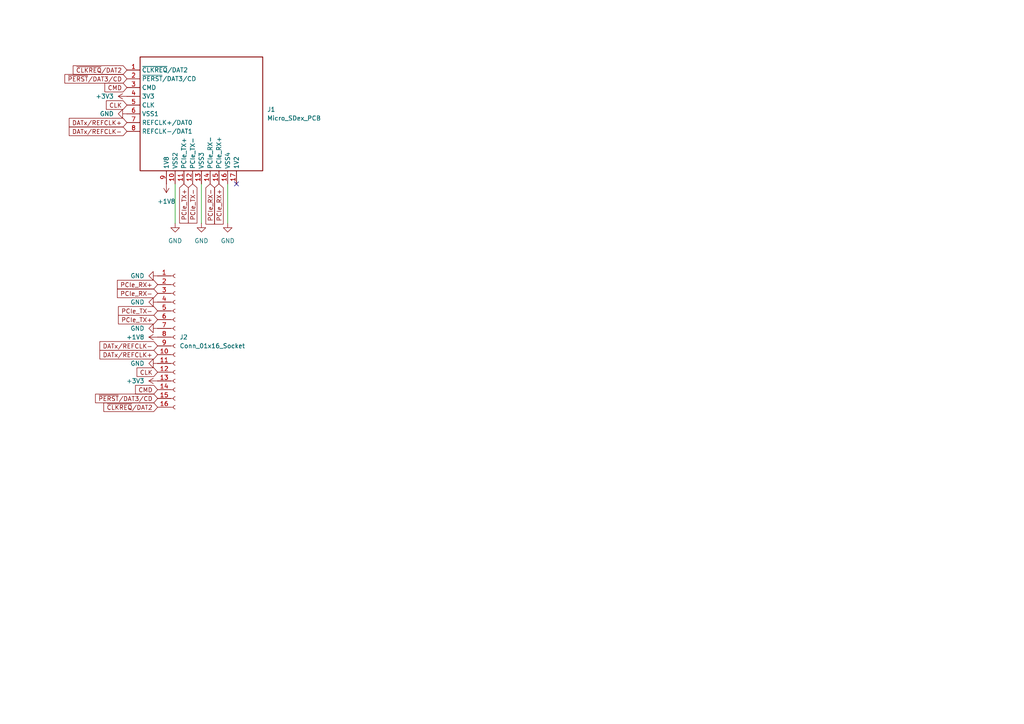
<source format=kicad_sch>
(kicad_sch (version 20250114) (generator "eeschema") (generator_version "9.0")
  (paper "A4")
  (lib_symbols
    (symbol "Connector:Conn_01x16_Socket" (pin_names (offset 1.016) (hide yes))
      (property "Reference" "J" (at 0 20.32 0))
      (property "Value" "Conn_01x16_Socket" (at 0 -22.86 0))
      (symbol "Conn_01x16_Socket_1_1"
        (polyline (pts (xy -1.27 17.78) (xy -0.508 17.78)) (stroke (width 0.1524)))
        (polyline (pts (xy -1.27 15.24) (xy -0.508 15.24)) (stroke (width 0.1524)))
        (polyline (pts (xy -1.27 12.7) (xy -0.508 12.7)) (stroke (width 0.1524)))
        (polyline (pts (xy -1.27 10.16) (xy -0.508 10.16)) (stroke (width 0.1524)))
        (polyline (pts (xy -1.27 7.62) (xy -0.508 7.62)) (stroke (width 0.1524)))
        (polyline (pts (xy -1.27 5.08) (xy -0.508 5.08)) (stroke (width 0.1524)))
        (polyline (pts (xy -1.27 2.54) (xy -0.508 2.54)) (stroke (width 0.1524)))
        (polyline (pts (xy -1.27 0) (xy -0.508 0)) (stroke (width 0.1524)))
        (polyline (pts (xy -1.27 -2.54) (xy -0.508 -2.54)) (stroke (width 0.1524)))
        (polyline (pts (xy -1.27 -5.08) (xy -0.508 -5.08)) (stroke (width 0.1524)))
        (polyline (pts (xy -1.27 -7.62) (xy -0.508 -7.62)) (stroke (width 0.1524)))
        (polyline (pts (xy -1.27 -10.16) (xy -0.508 -10.16)) (stroke (width 0.1524)))
        (polyline (pts (xy -1.27 -12.7) (xy -0.508 -12.7)) (stroke (width 0.1524)))
        (polyline (pts (xy -1.27 -15.24) (xy -0.508 -15.24)) (stroke (width 0.1524)))
        (polyline (pts (xy -1.27 -17.78) (xy -0.508 -17.78)) (stroke (width 0.1524)))
        (polyline (pts (xy -1.27 -20.32) (xy -0.508 -20.32)) (stroke (width 0.1524)))
        (arc (start 0 17.272) (mid -0.5058 17.78) (end 0 18.288) (stroke (width 0.1524)))
        (arc (start 0 14.732) (mid -0.5058 15.24) (end 0 15.748) (stroke (width 0.1524)))
        (arc (start 0 12.192) (mid -0.5058 12.7) (end 0 13.208) (stroke (width 0.1524)))
        (arc (start 0 9.652) (mid -0.5058 10.16) (end 0 10.668) (stroke (width 0.1524)))
        (arc (start 0 7.112) (mid -0.5058 7.62) (end 0 8.128) (stroke (width 0.1524)))
        (arc (start 0 4.572) (mid -0.5058 5.08) (end 0 5.588) (stroke (width 0.1524)))
        (arc (start 0 2.032) (mid -0.5058 2.54) (end 0 3.048) (stroke (width 0.1524)))
        (arc (start 0 -0.508) (mid -0.5058 0) (end 0 0.508) (stroke (width 0.1524)))
        (arc (start 0 -3.048) (mid -0.5058 -2.54) (end 0 -2.032) (stroke (width 0.1524)))
        (arc (start 0 -5.588) (mid -0.5058 -5.08) (end 0 -4.572) (stroke (width 0.1524)))
        (arc (start 0 -8.128) (mid -0.5058 -7.62) (end 0 -7.112) (stroke (width 0.1524)))
        (arc (start 0 -10.668) (mid -0.5058 -10.16) (end 0 -9.652) (stroke (width 0.1524)))
        (arc (start 0 -13.208) (mid -0.5058 -12.7) (end 0 -12.192) (stroke (width 0.1524)))
        (arc (start 0 -15.748) (mid -0.5058 -15.24) (end 0 -14.732) (stroke (width 0.1524)))
        (arc (start 0 -18.288) (mid -0.5058 -17.78) (end 0 -17.272) (stroke (width 0.1524)))
        (arc (start 0 -20.828) (mid -0.5058 -20.32) (end 0 -19.812) (stroke (width 0.1524)))
        (pin passive line (at -5.08 17.78 0) (length 3.81) (name "Pin_1") (number "1"))
        (pin passive line (at -5.08 15.24 0) (length 3.81) (name "Pin_2") (number "2"))
        (pin passive line (at -5.08 12.7 0) (length 3.81) (name "Pin_3") (number "3"))
        (pin passive line (at -5.08 10.16 0) (length 3.81) (name "Pin_4") (number "4"))
        (pin passive line (at -5.08 7.62 0) (length 3.81) (name "Pin_5") (number "5"))
        (pin passive line (at -5.08 5.08 0) (length 3.81) (name "Pin_6") (number "6"))
        (pin passive line (at -5.08 2.54 0) (length 3.81) (name "Pin_7") (number "7"))
        (pin passive line (at -5.08 0 0) (length 3.81) (name "Pin_8") (number "8"))
        (pin passive line (at -5.08 -2.54 0) (length 3.81) (name "Pin_9") (number "9"))
        (pin passive line (at -5.08 -5.08 0) (length 3.81) (name "Pin_10") (number "10"))
        (pin passive line (at -5.08 -7.62 0) (length 3.81) (name "Pin_11") (number "11"))
        (pin passive line (at -5.08 -10.16 0) (length 3.81) (name "Pin_12") (number "12"))
        (pin passive line (at -5.08 -12.7 0) (length 3.81) (name "Pin_13") (number "13"))
        (pin passive line (at -5.08 -15.24 0) (length 3.81) (name "Pin_14") (number "14"))
        (pin passive line (at -5.08 -17.78 0) (length 3.81) (name "Pin_15") (number "15"))
        (pin passive line (at -5.08 -20.32 0) (length 3.81) (name "Pin_16") (number "16"))
      )
    )
    (symbol "m1cha:Micro_SDex_PCB"
      (property "Reference" "J" (at -16.51 17.78 0))
      (property "Value" "Micro_SDex_PCB" (at 16.51 17.78 0))
      (symbol "Micro_SDex_PCB_0_1"
        (polyline (pts (xy 16.51 -8.89) (xy 16.51 16.51) (xy -19.05 16.51) (xy -19.05 -16.51) (xy 16.51 -16.51) (xy 16.51 -8.89)) (stroke (width 0.254)))
      )
      (symbol "Micro_SDex_PCB_1_1"
        (pin bidirectional line (at -22.86 12.7 0) (length 3.81) (name "~{CLKREQ}/DAT2") (number "1"))
        (pin bidirectional line (at -22.86 10.16 0) (length 3.81) (name "~{PERST}/DAT3/CD") (number "2"))
        (pin output line (at -22.86 7.62 0) (length 3.81) (name "CMD") (number "3"))
        (pin power_out line (at -22.86 5.08 0) (length 3.81) (name "3V3") (number "4"))
        (pin output line (at -22.86 2.54 0) (length 3.81) (name "CLK") (number "5"))
        (pin power_out line (at -22.86 0 0) (length 3.81) (name "VSS1") (number "6"))
        (pin bidirectional line (at -22.86 -2.54 0) (length 3.81) (name "REFCLK+/DAT0") (number "7"))
        (pin bidirectional line (at -22.86 -5.08 0) (length 3.81) (name "REFCLK-/DAT1") (number "8"))
        (pin power_out line (at -11.43 -20.32 90) (length 3.81) (name "1V8") (number "9"))
        (pin passive line (at -8.89 -20.32 90) (length 3.81) (name "VSS2") (number "10"))
        (pin output line (at -6.35 -20.32 90) (length 3.81) (name "PCIe_TX+") (number "11"))
        (pin output line (at -3.81 -20.32 90) (length 3.81) (name "PCIe_TX-") (number "12"))
        (pin passive line (at -1.27 -20.32 90) (length 3.81) (name "VSS3") (number "13"))
        (pin input line (at 1.27 -20.32 90) (length 3.81) (name "PCIe_RX-") (number "14"))
        (pin input line (at 3.81 -20.32 90) (length 3.81) (name "PCIe_RX+") (number "15"))
        (pin passive line (at 6.35 -20.32 90) (length 3.81) (name "VSS4") (number "16"))
        (pin power_out line (at 8.89 -20.32 90) (length 3.81) (name "1V2") (number "17"))
      )
    )
    (symbol "power:+1V8" (power) (pin_numbers (hide yes)) (pin_names (offset 0) (hide yes))
      (property "Value" "+1V8" (at 0 3.556 0))
      (symbol "+1V8_0_1"
        (polyline (pts (xy -0.762 1.27) (xy 0 2.54)))
        (polyline (pts (xy 0 2.54) (xy 0.762 1.27)))
        (polyline (pts (xy 0 0) (xy 0 2.54)))
      )
      (symbol "+1V8_1_1"
        (pin power_in line (at 0 0 90) (length 0) (name "~") (number "1"))
      )
    )
    (symbol "power:+3V3" (power) (pin_numbers (hide yes)) (pin_names (offset 0) (hide yes))
      (property "Value" "+3V3" (at 0 3.556 0))
      (symbol "+3V3_0_1"
        (polyline (pts (xy -0.762 1.27) (xy 0 2.54)))
        (polyline (pts (xy 0 2.54) (xy 0.762 1.27)))
        (polyline (pts (xy 0 0) (xy 0 2.54)))
      )
      (symbol "+3V3_1_1"
        (pin power_in line (at 0 0 90) (length 0) (name "~") (number "1"))
      )
    )
    (symbol "power:GND" (power) (pin_numbers (hide yes)) (pin_names (offset 0) (hide yes))
      (property "Value" "GND" (at 0 -3.81 0))
      (symbol "GND_0_1"
        (polyline (pts (xy 0 0) (xy 0 -1.27) (xy 1.27 -1.27) (xy 0 -2.54) (xy -1.27 -1.27) (xy 0 -1.27)))
      )
      (symbol "GND_1_1"
        (pin power_in line (at 0 0 270) (length 0) (name "~") (number "1"))
      )
    )
  )
  (no_connect (at 68.58 53.34))
  (wire (pts (xy 66.04 64.77) (xy 66.04 53.34)))
  (wire (pts (xy 58.42 64.77) (xy 58.42 53.34)))
  (wire (pts (xy 50.8 64.77) (xy 50.8 53.34)))
  (global_label "PCIe_RX+" (shape input) (at 45.72 82.55 180) (property "Intersheetrefs" "${INTERSHEET_REFS}" (effects (hide yes))))
  (global_label "PCIe_TX+" (shape input) (at 53.34 53.34 270) (property "Intersheetrefs" "${INTERSHEET_REFS}" (effects (hide yes))))
  (global_label "~{PERST}{slash}DAT3{slash}CD" (shape input) (at 36.83 22.86 180) (property "Intersheetrefs" "${INTERSHEET_REFS}" (effects (hide yes))))
  (global_label "PCIe_RX-" (shape input) (at 60.96 53.34 270) (property "Intersheetrefs" "${INTERSHEET_REFS}" (effects (hide yes))))
  (global_label "PCIe_TX-" (shape input) (at 55.88 53.34 270) (property "Intersheetrefs" "${INTERSHEET_REFS}" (effects (hide yes))))
  (global_label "~{CLKREQ}{slash}DAT2" (shape input) (at 36.83 20.32 180) (property "Intersheetrefs" "${INTERSHEET_REFS}" (effects (hide yes))))
  (global_label "PCIe_RX-" (shape input) (at 45.72 85.09 180) (property "Intersheetrefs" "${INTERSHEET_REFS}" (effects (hide yes))))
  (global_label "CMD" (shape input) (at 36.83 25.4 180) (property "Intersheetrefs" "${INTERSHEET_REFS}" (effects (hide yes))))
  (global_label "DATx{slash}REFCLK-" (shape input) (at 45.72 100.33 180) (property "Intersheetrefs" "${INTERSHEET_REFS}" (effects (hide yes))))
  (global_label "DATx{slash}REFCLK-" (shape input) (at 36.83 38.1 180) (property "Intersheetrefs" "${INTERSHEET_REFS}" (effects (hide yes))))
  (global_label "~{PERST}{slash}DAT3{slash}CD" (shape input) (at 45.72 115.57 180) (property "Intersheetrefs" "${INTERSHEET_REFS}" (effects (hide yes))))
  (global_label "DATx{slash}REFCLK+" (shape input) (at 36.83 35.56 180) (property "Intersheetrefs" "${INTERSHEET_REFS}" (effects (hide yes))))
  (global_label "~{CLKREQ}{slash}DAT2" (shape input) (at 45.72 118.11 180) (property "Intersheetrefs" "${INTERSHEET_REFS}" (effects (hide yes))))
  (global_label "PCIe_TX+" (shape input) (at 45.72 92.71 180) (property "Intersheetrefs" "${INTERSHEET_REFS}" (effects (hide yes))))
  (global_label "CLK" (shape input) (at 36.83 30.48 180) (property "Intersheetrefs" "${INTERSHEET_REFS}" (effects (hide yes))))
  (global_label "CMD" (shape input) (at 45.72 113.03 180) (property "Intersheetrefs" "${INTERSHEET_REFS}" (effects (hide yes))))
  (global_label "CLK" (shape input) (at 45.72 107.95 180) (property "Intersheetrefs" "${INTERSHEET_REFS}" (effects (hide yes))))
  (global_label "PCIe_TX-" (shape input) (at 45.72 90.17 180) (property "Intersheetrefs" "${INTERSHEET_REFS}" (effects (hide yes))))
  (global_label "PCIe_RX+" (shape input) (at 63.5 53.34 270) (property "Intersheetrefs" "${INTERSHEET_REFS}" (effects (hide yes))))
  (global_label "DATx{slash}REFCLK+" (shape input) (at 45.72 102.87 180) (property "Intersheetrefs" "${INTERSHEET_REFS}" (effects (hide yes))))
  (symbol (lib_id "Connector:Conn_01x16_Socket") (at 50.8 97.79 0) (unit 1)
    (property "Reference" "J2" (at 52.07 97.7899 0) (effects (justify left)))
    (property "Value" "Conn_01x16_Socket" (at 52.07 100.3299 0) (effects (justify left)))
    (property "Footprint" "m1cha:usdex-fpc-1x16-0.64mm" (effects (hide yes)))
    (property "Description" "Generic connector, single row, 01x16, script generated" (effects (hide yes)))
  )
  (symbol (lib_id "power:GND") (at 50.8 64.77 0) (unit 1)
    (property "Reference" "#PWR02" (effects (hide yes)))
    (property "Value" "GND" (at 50.8 69.85 0))
    (property "Description" "Power symbol creates a global label with name \"GND\" , ground" (effects (hide yes)))
  )
  (symbol (lib_id "power:GND") (at 45.72 80.01 270) (unit 1)
    (property "Reference" "#PWR011" (effects (hide yes)))
    (property "Value" "GND" (at 41.91 80.0099 90) (effects (justify right)))
    (property "Description" "Power symbol creates a global label with name \"GND\" , ground" (effects (hide yes)))
  )
  (symbol (lib_id "power:GND") (at 36.83 33.02 270) (unit 1)
    (property "Reference" "#PWR01" (effects (hide yes)))
    (property "Value" "GND" (at 33.02 33.0199 90) (effects (justify right)))
    (property "Description" "Power symbol creates a global label with name \"GND\" , ground" (effects (hide yes)))
  )
  (symbol (lib_id "power:+3V3") (at 45.72 110.49 90) (unit 1)
    (property "Reference" "#PWR013" (effects (hide yes)))
    (property "Value" "+3V3" (at 41.91 110.4899 90) (effects (justify left)))
    (property "Description" "Power symbol creates a global label with name \"+3V3\"" (effects (hide yes)))
  )
  (symbol (lib_id "power:+1V8") (at 45.72 97.79 90) (unit 1)
    (property "Reference" "#PWR07" (effects (hide yes)))
    (property "Value" "+1V8" (at 41.91 97.7899 90) (effects (justify left)))
    (property "Description" "Power symbol creates a global label with name \"+1V8\"" (effects (hide yes)))
  )
  (symbol (lib_id "m1cha:Micro_SDex_PCB") (at 59.69 33.02 0) (unit 1)
    (property "Reference" "J1" (at 77.47 31.7499 0) (effects (justify left)))
    (property "Value" "Micro_SDex_PCB" (at 77.47 34.2899 0) (effects (justify left)))
    (property "Footprint" "m1cha:usdex-male-open_bottom" (effects (hide yes)))
    (property "Description" "Micro SD Card PCB" (effects (hide yes)))
  )
  (symbol (lib_id "power:GND") (at 45.72 95.25 270) (unit 1)
    (property "Reference" "#PWR08" (effects (hide yes)))
    (property "Value" "GND" (at 41.91 95.2499 90) (effects (justify right)))
    (property "Description" "Power symbol creates a global label with name \"GND\" , ground" (effects (hide yes)))
  )
  (symbol (lib_id "power:GND") (at 45.72 87.63 270) (unit 1)
    (property "Reference" "#PWR010" (effects (hide yes)))
    (property "Value" "GND" (at 41.91 87.6299 90) (effects (justify right)))
    (property "Description" "Power symbol creates a global label with name \"GND\" , ground" (effects (hide yes)))
  )
  (symbol (lib_id "power:GND") (at 58.42 64.77 0) (unit 1)
    (property "Reference" "#PWR09" (effects (hide yes)))
    (property "Value" "GND" (at 58.42 69.85 0))
    (property "Description" "Power symbol creates a global label with name \"GND\" , ground" (effects (hide yes)))
  )
  (symbol (lib_id "power:+3V3") (at 36.83 27.94 90) (unit 1)
    (property "Reference" "#PWR04" (effects (hide yes)))
    (property "Value" "+3V3" (at 33.02 27.9399 90) (effects (justify left)))
    (property "Description" "Power symbol creates a global label with name \"+3V3\"" (effects (hide yes)))
  )
  (symbol (lib_id "power:GND") (at 45.72 105.41 270) (unit 1)
    (property "Reference" "#PWR012" (effects (hide yes)))
    (property "Value" "GND" (at 41.91 105.4099 90) (effects (justify right)))
    (property "Description" "Power symbol creates a global label with name \"GND\" , ground" (effects (hide yes)))
  )
  (symbol (lib_id "power:GND") (at 66.04 64.77 0) (unit 1)
    (property "Reference" "#PWR03" (effects (hide yes)))
    (property "Value" "GND" (at 66.04 69.85 0))
    (property "Description" "Power symbol creates a global label with name \"GND\" , ground" (effects (hide yes)))
  )
  (symbol (lib_id "power:+1V8") (at 48.26 53.34 180) (unit 1)
    (property "Reference" "#PWR05" (effects (hide yes)))
    (property "Value" "+1V8" (at 48.26 58.42 0))
    (property "Description" "Power symbol creates a global label with name \"+1V8\"" (effects (hide yes)))
  )
)
</source>
